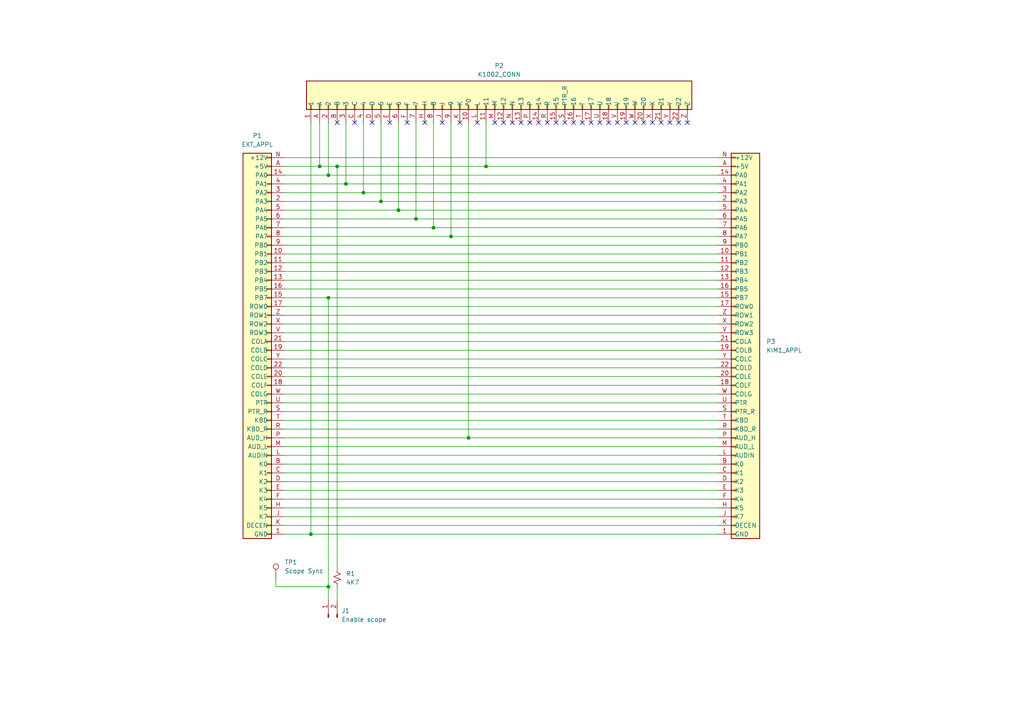
<source format=kicad_sch>
(kicad_sch
	(version 20250114)
	(generator "eeschema")
	(generator_version "9.0")
	(uuid "c1a3abf2-ff68-4c97-9bc4-70363e82fd95")
	(paper "A4")
	(lib_symbols
		(symbol "Connector:Conn_01x02_Pin"
			(pin_names
				(offset 1.016)
				(hide yes)
			)
			(exclude_from_sim no)
			(in_bom yes)
			(on_board yes)
			(property "Reference" "J"
				(at 0 2.54 0)
				(effects
					(font
						(size 1.27 1.27)
					)
				)
			)
			(property "Value" "Conn_01x02_Pin"
				(at 0 -5.08 0)
				(effects
					(font
						(size 1.27 1.27)
					)
				)
			)
			(property "Footprint" ""
				(at 0 0 0)
				(effects
					(font
						(size 1.27 1.27)
					)
					(hide yes)
				)
			)
			(property "Datasheet" "~"
				(at 0 0 0)
				(effects
					(font
						(size 1.27 1.27)
					)
					(hide yes)
				)
			)
			(property "Description" "Generic connector, single row, 01x02, script generated"
				(at 0 0 0)
				(effects
					(font
						(size 1.27 1.27)
					)
					(hide yes)
				)
			)
			(property "ki_locked" ""
				(at 0 0 0)
				(effects
					(font
						(size 1.27 1.27)
					)
				)
			)
			(property "ki_keywords" "connector"
				(at 0 0 0)
				(effects
					(font
						(size 1.27 1.27)
					)
					(hide yes)
				)
			)
			(property "ki_fp_filters" "Connector*:*_1x??_*"
				(at 0 0 0)
				(effects
					(font
						(size 1.27 1.27)
					)
					(hide yes)
				)
			)
			(symbol "Conn_01x02_Pin_1_1"
				(rectangle
					(start 0.8636 0.127)
					(end 0 -0.127)
					(stroke
						(width 0.1524)
						(type default)
					)
					(fill
						(type outline)
					)
				)
				(rectangle
					(start 0.8636 -2.413)
					(end 0 -2.667)
					(stroke
						(width 0.1524)
						(type default)
					)
					(fill
						(type outline)
					)
				)
				(polyline
					(pts
						(xy 1.27 0) (xy 0.8636 0)
					)
					(stroke
						(width 0.1524)
						(type default)
					)
					(fill
						(type none)
					)
				)
				(polyline
					(pts
						(xy 1.27 -2.54) (xy 0.8636 -2.54)
					)
					(stroke
						(width 0.1524)
						(type default)
					)
					(fill
						(type none)
					)
				)
				(pin passive line
					(at 5.08 0 180)
					(length 3.81)
					(name "Pin_1"
						(effects
							(font
								(size 1.27 1.27)
							)
						)
					)
					(number "1"
						(effects
							(font
								(size 1.27 1.27)
							)
						)
					)
				)
				(pin passive line
					(at 5.08 -2.54 180)
					(length 3.81)
					(name "Pin_2"
						(effects
							(font
								(size 1.27 1.27)
							)
						)
					)
					(number "2"
						(effects
							(font
								(size 1.27 1.27)
							)
						)
					)
				)
			)
			(embedded_fonts no)
		)
		(symbol "Connector:TestPoint"
			(pin_numbers
				(hide yes)
			)
			(pin_names
				(offset 0.762)
				(hide yes)
			)
			(exclude_from_sim no)
			(in_bom yes)
			(on_board yes)
			(property "Reference" "TP"
				(at 0 6.858 0)
				(effects
					(font
						(size 1.27 1.27)
					)
				)
			)
			(property "Value" "TestPoint"
				(at 0 5.08 0)
				(effects
					(font
						(size 1.27 1.27)
					)
				)
			)
			(property "Footprint" ""
				(at 5.08 0 0)
				(effects
					(font
						(size 1.27 1.27)
					)
					(hide yes)
				)
			)
			(property "Datasheet" "~"
				(at 5.08 0 0)
				(effects
					(font
						(size 1.27 1.27)
					)
					(hide yes)
				)
			)
			(property "Description" "test point"
				(at 0 0 0)
				(effects
					(font
						(size 1.27 1.27)
					)
					(hide yes)
				)
			)
			(property "ki_keywords" "test point tp"
				(at 0 0 0)
				(effects
					(font
						(size 1.27 1.27)
					)
					(hide yes)
				)
			)
			(property "ki_fp_filters" "Pin* Test*"
				(at 0 0 0)
				(effects
					(font
						(size 1.27 1.27)
					)
					(hide yes)
				)
			)
			(symbol "TestPoint_0_1"
				(circle
					(center 0 3.302)
					(radius 0.762)
					(stroke
						(width 0)
						(type default)
					)
					(fill
						(type none)
					)
				)
			)
			(symbol "TestPoint_1_1"
				(pin passive line
					(at 0 0 90)
					(length 2.54)
					(name "1"
						(effects
							(font
								(size 1.27 1.27)
							)
						)
					)
					(number "1"
						(effects
							(font
								(size 1.27 1.27)
							)
						)
					)
				)
			)
			(embedded_fonts no)
		)
		(symbol "Device:R_Small_US"
			(pin_numbers
				(hide yes)
			)
			(pin_names
				(offset 0.254)
				(hide yes)
			)
			(exclude_from_sim no)
			(in_bom yes)
			(on_board yes)
			(property "Reference" "R"
				(at 0.762 0.508 0)
				(effects
					(font
						(size 1.27 1.27)
					)
					(justify left)
				)
			)
			(property "Value" "R_Small_US"
				(at 0.762 -1.016 0)
				(effects
					(font
						(size 1.27 1.27)
					)
					(justify left)
				)
			)
			(property "Footprint" ""
				(at 0 0 0)
				(effects
					(font
						(size 1.27 1.27)
					)
					(hide yes)
				)
			)
			(property "Datasheet" "~"
				(at 0 0 0)
				(effects
					(font
						(size 1.27 1.27)
					)
					(hide yes)
				)
			)
			(property "Description" "Resistor, small US symbol"
				(at 0 0 0)
				(effects
					(font
						(size 1.27 1.27)
					)
					(hide yes)
				)
			)
			(property "ki_keywords" "r resistor"
				(at 0 0 0)
				(effects
					(font
						(size 1.27 1.27)
					)
					(hide yes)
				)
			)
			(property "ki_fp_filters" "R_*"
				(at 0 0 0)
				(effects
					(font
						(size 1.27 1.27)
					)
					(hide yes)
				)
			)
			(symbol "R_Small_US_1_1"
				(polyline
					(pts
						(xy 0 1.524) (xy 1.016 1.143) (xy 0 0.762) (xy -1.016 0.381) (xy 0 0)
					)
					(stroke
						(width 0)
						(type default)
					)
					(fill
						(type none)
					)
				)
				(polyline
					(pts
						(xy 0 0) (xy 1.016 -0.381) (xy 0 -0.762) (xy -1.016 -1.143) (xy 0 -1.524)
					)
					(stroke
						(width 0)
						(type default)
					)
					(fill
						(type none)
					)
				)
				(pin passive line
					(at 0 2.54 270)
					(length 1.016)
					(name "~"
						(effects
							(font
								(size 1.27 1.27)
							)
						)
					)
					(number "1"
						(effects
							(font
								(size 1.27 1.27)
							)
						)
					)
				)
				(pin passive line
					(at 0 -2.54 90)
					(length 1.016)
					(name "~"
						(effects
							(font
								(size 1.27 1.27)
							)
						)
					)
					(number "2"
						(effects
							(font
								(size 1.27 1.27)
							)
						)
					)
				)
			)
			(embedded_fonts no)
		)
		(symbol "KIM-1:K1002_CONN"
			(pin_names
				(offset 1.016)
			)
			(exclude_from_sim no)
			(in_bom yes)
			(on_board yes)
			(property "Reference" "P12"
				(at -1.27 -59.69 0)
				(effects
					(font
						(size 1.27 1.27)
					)
					(justify left)
				)
			)
			(property "Value" "K1002_CONN"
				(at -1.27 -62.23 0)
				(effects
					(font
						(size 1.27 1.27)
					)
					(justify left)
				)
			)
			(property "Footprint" ""
				(at -3.175 0 0)
				(effects
					(font
						(size 1.27 1.27)
					)
					(hide yes)
				)
			)
			(property "Datasheet" "~"
				(at 0 27.94 0)
				(effects
					(font
						(size 1.27 1.27)
					)
					(hide yes)
				)
			)
			(property "Description" ""
				(at 0 0 0)
				(effects
					(font
						(size 1.27 1.27)
					)
				)
			)
			(property "ki_keywords" "connector"
				(at 0 0 0)
				(effects
					(font
						(size 1.27 1.27)
					)
					(hide yes)
				)
			)
			(property "ki_fp_filters" "Connector*:*_2x??_*"
				(at 0 0 0)
				(effects
					(font
						(size 1.27 1.27)
					)
					(hide yes)
				)
			)
			(symbol "K1002_CONN_1_1"
				(rectangle
					(start -1.27 54.61)
					(end 6.985 -57.15)
					(stroke
						(width 0.254)
						(type default)
					)
					(fill
						(type background)
					)
				)
				(rectangle
					(start -1.27 53.467)
					(end 0 53.213)
					(stroke
						(width 0.1524)
						(type default)
					)
					(fill
						(type none)
					)
				)
				(rectangle
					(start -1.27 50.927)
					(end 0 50.673)
					(stroke
						(width 0.1524)
						(type default)
					)
					(fill
						(type none)
					)
				)
				(rectangle
					(start -1.27 48.387)
					(end 0 48.133)
					(stroke
						(width 0.1524)
						(type default)
					)
					(fill
						(type none)
					)
				)
				(rectangle
					(start -1.27 45.847)
					(end 0 45.593)
					(stroke
						(width 0.1524)
						(type default)
					)
					(fill
						(type none)
					)
				)
				(rectangle
					(start -1.27 43.307)
					(end 0 43.053)
					(stroke
						(width 0.1524)
						(type default)
					)
					(fill
						(type none)
					)
				)
				(rectangle
					(start -1.27 40.767)
					(end 0 40.513)
					(stroke
						(width 0.1524)
						(type default)
					)
					(fill
						(type none)
					)
				)
				(rectangle
					(start -1.27 38.227)
					(end 0 37.973)
					(stroke
						(width 0.1524)
						(type default)
					)
					(fill
						(type none)
					)
				)
				(rectangle
					(start -1.27 35.687)
					(end 0 35.433)
					(stroke
						(width 0.1524)
						(type default)
					)
					(fill
						(type none)
					)
				)
				(rectangle
					(start -1.27 33.147)
					(end 0 32.893)
					(stroke
						(width 0.1524)
						(type default)
					)
					(fill
						(type none)
					)
				)
				(rectangle
					(start -1.27 30.607)
					(end 0 30.353)
					(stroke
						(width 0.1524)
						(type default)
					)
					(fill
						(type none)
					)
				)
				(rectangle
					(start -1.27 28.067)
					(end 0 27.813)
					(stroke
						(width 0.1524)
						(type default)
					)
					(fill
						(type none)
					)
				)
				(rectangle
					(start -1.27 25.527)
					(end 0 25.273)
					(stroke
						(width 0.1524)
						(type default)
					)
					(fill
						(type none)
					)
				)
				(rectangle
					(start -1.27 22.987)
					(end 0 22.733)
					(stroke
						(width 0.1524)
						(type default)
					)
					(fill
						(type none)
					)
				)
				(rectangle
					(start -1.27 20.447)
					(end 0 20.193)
					(stroke
						(width 0.1524)
						(type default)
					)
					(fill
						(type none)
					)
				)
				(rectangle
					(start -1.27 17.907)
					(end 0 17.653)
					(stroke
						(width 0.1524)
						(type default)
					)
					(fill
						(type none)
					)
				)
				(rectangle
					(start -1.27 15.367)
					(end 0 15.113)
					(stroke
						(width 0.1524)
						(type default)
					)
					(fill
						(type none)
					)
				)
				(rectangle
					(start -1.27 12.827)
					(end 0 12.573)
					(stroke
						(width 0.1524)
						(type default)
					)
					(fill
						(type none)
					)
				)
				(rectangle
					(start -1.27 10.287)
					(end 0 10.033)
					(stroke
						(width 0.1524)
						(type default)
					)
					(fill
						(type none)
					)
				)
				(rectangle
					(start -1.27 7.747)
					(end 0 7.493)
					(stroke
						(width 0.1524)
						(type default)
					)
					(fill
						(type none)
					)
				)
				(rectangle
					(start -1.27 5.207)
					(end 0 4.953)
					(stroke
						(width 0.1524)
						(type default)
					)
					(fill
						(type none)
					)
				)
				(rectangle
					(start -1.27 2.667)
					(end 0 2.413)
					(stroke
						(width 0.1524)
						(type default)
					)
					(fill
						(type none)
					)
				)
				(rectangle
					(start -1.27 0.127)
					(end 0 -0.127)
					(stroke
						(width 0.1524)
						(type default)
					)
					(fill
						(type none)
					)
				)
				(rectangle
					(start 0 -2.667)
					(end -1.27 -2.413)
					(stroke
						(width 0.1524)
						(type default)
					)
					(fill
						(type none)
					)
				)
				(rectangle
					(start 0 -5.207)
					(end -1.27 -4.953)
					(stroke
						(width 0.1524)
						(type default)
					)
					(fill
						(type none)
					)
				)
				(rectangle
					(start 0 -7.747)
					(end -1.27 -7.493)
					(stroke
						(width 0.1524)
						(type default)
					)
					(fill
						(type none)
					)
				)
				(rectangle
					(start 0 -10.287)
					(end -1.27 -10.033)
					(stroke
						(width 0.1524)
						(type default)
					)
					(fill
						(type none)
					)
				)
				(rectangle
					(start 0 -12.827)
					(end -1.27 -12.573)
					(stroke
						(width 0.1524)
						(type default)
					)
					(fill
						(type none)
					)
				)
				(rectangle
					(start 0 -15.367)
					(end -1.27 -15.113)
					(stroke
						(width 0.1524)
						(type default)
					)
					(fill
						(type none)
					)
				)
				(rectangle
					(start 0 -17.907)
					(end -1.27 -17.653)
					(stroke
						(width 0.1524)
						(type default)
					)
					(fill
						(type none)
					)
				)
				(rectangle
					(start 0 -20.447)
					(end -1.27 -20.193)
					(stroke
						(width 0.1524)
						(type default)
					)
					(fill
						(type none)
					)
				)
				(rectangle
					(start 0 -22.987)
					(end -1.27 -22.733)
					(stroke
						(width 0.1524)
						(type default)
					)
					(fill
						(type none)
					)
				)
				(rectangle
					(start 0 -25.527)
					(end -1.27 -25.273)
					(stroke
						(width 0.1524)
						(type default)
					)
					(fill
						(type none)
					)
				)
				(rectangle
					(start 0 -28.067)
					(end -1.27 -27.813)
					(stroke
						(width 0.1524)
						(type default)
					)
					(fill
						(type none)
					)
				)
				(rectangle
					(start 0 -30.607)
					(end -1.27 -30.353)
					(stroke
						(width 0.1524)
						(type default)
					)
					(fill
						(type none)
					)
				)
				(rectangle
					(start 0 -33.147)
					(end -1.27 -32.893)
					(stroke
						(width 0.1524)
						(type default)
					)
					(fill
						(type none)
					)
				)
				(rectangle
					(start 0 -35.687)
					(end -1.27 -35.433)
					(stroke
						(width 0.1524)
						(type default)
					)
					(fill
						(type none)
					)
				)
				(rectangle
					(start 0 -38.227)
					(end -1.27 -37.973)
					(stroke
						(width 0.1524)
						(type default)
					)
					(fill
						(type none)
					)
				)
				(rectangle
					(start 0 -40.767)
					(end -1.27 -40.513)
					(stroke
						(width 0.1524)
						(type default)
					)
					(fill
						(type none)
					)
				)
				(rectangle
					(start 0 -43.307)
					(end -1.27 -43.053)
					(stroke
						(width 0.1524)
						(type default)
					)
					(fill
						(type none)
					)
				)
				(rectangle
					(start 0 -45.847)
					(end -1.27 -45.593)
					(stroke
						(width 0.1524)
						(type default)
					)
					(fill
						(type none)
					)
				)
				(rectangle
					(start 0 -48.387)
					(end -1.27 -48.133)
					(stroke
						(width 0.1524)
						(type default)
					)
					(fill
						(type none)
					)
				)
				(rectangle
					(start 0 -50.927)
					(end -1.27 -50.673)
					(stroke
						(width 0.1524)
						(type default)
					)
					(fill
						(type none)
					)
				)
				(rectangle
					(start 0 -53.467)
					(end -1.27 -53.213)
					(stroke
						(width 0.1524)
						(type default)
					)
					(fill
						(type none)
					)
				)
				(rectangle
					(start 0 -56.007)
					(end -1.27 -55.753)
					(stroke
						(width 0.1524)
						(type default)
					)
					(fill
						(type none)
					)
				)
				(pin passive line
					(at -5.08 53.34 0)
					(length 3.81)
					(name "1"
						(effects
							(font
								(size 1.27 1.27)
							)
						)
					)
					(number "1"
						(effects
							(font
								(size 1.27 1.27)
							)
						)
					)
				)
				(pin passive line
					(at -5.08 50.8 0)
					(length 3.81)
					(name "A"
						(effects
							(font
								(size 1.27 1.27)
							)
						)
					)
					(number "A"
						(effects
							(font
								(size 1.27 1.27)
							)
						)
					)
				)
				(pin passive line
					(at -5.08 48.26 0)
					(length 3.81)
					(name "2"
						(effects
							(font
								(size 1.27 1.27)
							)
						)
					)
					(number "2"
						(effects
							(font
								(size 1.27 1.27)
							)
						)
					)
				)
				(pin passive line
					(at -5.08 45.72 0)
					(length 3.81)
					(name "B"
						(effects
							(font
								(size 1.27 1.27)
							)
						)
					)
					(number "B"
						(effects
							(font
								(size 1.27 1.27)
							)
						)
					)
				)
				(pin passive line
					(at -5.08 43.18 0)
					(length 3.81)
					(name "3"
						(effects
							(font
								(size 1.27 1.27)
							)
						)
					)
					(number "3"
						(effects
							(font
								(size 1.27 1.27)
							)
						)
					)
				)
				(pin passive line
					(at -5.08 40.64 0)
					(length 3.81)
					(name "C"
						(effects
							(font
								(size 1.27 1.27)
							)
						)
					)
					(number "C"
						(effects
							(font
								(size 1.27 1.27)
							)
						)
					)
				)
				(pin passive line
					(at -5.08 38.1 0)
					(length 3.81)
					(name "4"
						(effects
							(font
								(size 1.27 1.27)
							)
						)
					)
					(number "4"
						(effects
							(font
								(size 1.27 1.27)
							)
						)
					)
				)
				(pin passive line
					(at -5.08 35.56 0)
					(length 3.81)
					(name "D"
						(effects
							(font
								(size 1.27 1.27)
							)
						)
					)
					(number "D"
						(effects
							(font
								(size 1.27 1.27)
							)
						)
					)
				)
				(pin passive line
					(at -5.08 33.02 0)
					(length 3.81)
					(name "5"
						(effects
							(font
								(size 1.27 1.27)
							)
						)
					)
					(number "5"
						(effects
							(font
								(size 1.27 1.27)
							)
						)
					)
				)
				(pin passive line
					(at -5.08 30.48 0)
					(length 3.81)
					(name "E"
						(effects
							(font
								(size 1.27 1.27)
							)
						)
					)
					(number "E"
						(effects
							(font
								(size 1.27 1.27)
							)
						)
					)
				)
				(pin passive line
					(at -5.08 27.94 0)
					(length 3.81)
					(name "6"
						(effects
							(font
								(size 1.27 1.27)
							)
						)
					)
					(number "6"
						(effects
							(font
								(size 1.27 1.27)
							)
						)
					)
				)
				(pin passive line
					(at -5.08 25.4 0)
					(length 3.81)
					(name "F"
						(effects
							(font
								(size 1.27 1.27)
							)
						)
					)
					(number "F"
						(effects
							(font
								(size 1.27 1.27)
							)
						)
					)
				)
				(pin passive line
					(at -5.08 22.86 0)
					(length 3.81)
					(name "7"
						(effects
							(font
								(size 1.27 1.27)
							)
						)
					)
					(number "7"
						(effects
							(font
								(size 1.27 1.27)
							)
						)
					)
				)
				(pin passive line
					(at -5.08 20.32 0)
					(length 3.81)
					(name "H"
						(effects
							(font
								(size 1.27 1.27)
							)
						)
					)
					(number "H"
						(effects
							(font
								(size 1.27 1.27)
							)
						)
					)
				)
				(pin passive line
					(at -5.08 17.78 0)
					(length 3.81)
					(name "8"
						(effects
							(font
								(size 1.27 1.27)
							)
						)
					)
					(number "8"
						(effects
							(font
								(size 1.27 1.27)
							)
						)
					)
				)
				(pin passive line
					(at -5.08 15.24 0)
					(length 3.81)
					(name "J"
						(effects
							(font
								(size 1.27 1.27)
							)
						)
					)
					(number "J"
						(effects
							(font
								(size 1.27 1.27)
							)
						)
					)
				)
				(pin passive line
					(at -5.08 12.7 0)
					(length 3.81)
					(name "9"
						(effects
							(font
								(size 1.27 1.27)
							)
						)
					)
					(number "9"
						(effects
							(font
								(size 1.27 1.27)
							)
						)
					)
				)
				(pin passive line
					(at -5.08 10.16 0)
					(length 3.81)
					(name "K"
						(effects
							(font
								(size 1.27 1.27)
							)
						)
					)
					(number "K"
						(effects
							(font
								(size 1.27 1.27)
							)
						)
					)
				)
				(pin passive line
					(at -5.08 7.62 0)
					(length 3.81)
					(name "º0"
						(effects
							(font
								(size 1.27 1.27)
							)
						)
					)
					(number "10"
						(effects
							(font
								(size 1.27 1.27)
							)
						)
					)
				)
				(pin passive line
					(at -5.08 5.08 0)
					(length 3.81)
					(name "L"
						(effects
							(font
								(size 1.27 1.27)
							)
						)
					)
					(number "L"
						(effects
							(font
								(size 1.27 1.27)
							)
						)
					)
				)
				(pin passive line
					(at -5.08 2.54 0)
					(length 3.81)
					(name "11"
						(effects
							(font
								(size 1.27 1.27)
							)
						)
					)
					(number "11"
						(effects
							(font
								(size 1.27 1.27)
							)
						)
					)
				)
				(pin passive line
					(at -5.08 0 0)
					(length 3.81)
					(name "M"
						(effects
							(font
								(size 1.27 1.27)
							)
						)
					)
					(number "M"
						(effects
							(font
								(size 1.27 1.27)
							)
						)
					)
				)
				(pin passive line
					(at -5.08 -2.54 0)
					(length 3.81)
					(name "12"
						(effects
							(font
								(size 1.27 1.27)
							)
						)
					)
					(number "12"
						(effects
							(font
								(size 1.27 1.27)
							)
						)
					)
				)
				(pin passive line
					(at -5.08 -5.08 0)
					(length 3.81)
					(name "N"
						(effects
							(font
								(size 1.27 1.27)
							)
						)
					)
					(number "N"
						(effects
							(font
								(size 1.27 1.27)
							)
						)
					)
				)
				(pin passive line
					(at -5.08 -7.62 0)
					(length 3.81)
					(name "13"
						(effects
							(font
								(size 1.27 1.27)
							)
						)
					)
					(number "13"
						(effects
							(font
								(size 1.27 1.27)
							)
						)
					)
				)
				(pin passive line
					(at -5.08 -10.16 0)
					(length 3.81)
					(name "P"
						(effects
							(font
								(size 1.27 1.27)
							)
						)
					)
					(number "P"
						(effects
							(font
								(size 1.27 1.27)
							)
						)
					)
				)
				(pin passive line
					(at -5.08 -12.7 0)
					(length 3.81)
					(name "14"
						(effects
							(font
								(size 1.27 1.27)
							)
						)
					)
					(number "14"
						(effects
							(font
								(size 1.27 1.27)
							)
						)
					)
				)
				(pin passive line
					(at -5.08 -15.24 0)
					(length 3.81)
					(name "R"
						(effects
							(font
								(size 1.27 1.27)
							)
						)
					)
					(number "R"
						(effects
							(font
								(size 1.27 1.27)
							)
						)
					)
				)
				(pin passive line
					(at -5.08 -17.78 0)
					(length 3.81)
					(name "15"
						(effects
							(font
								(size 1.27 1.27)
							)
						)
					)
					(number "15"
						(effects
							(font
								(size 1.27 1.27)
							)
						)
					)
				)
				(pin passive line
					(at -5.08 -20.32 0)
					(length 3.81)
					(name "PTR_R"
						(effects
							(font
								(size 1.27 1.27)
							)
						)
					)
					(number "S"
						(effects
							(font
								(size 1.27 1.27)
							)
						)
					)
				)
				(pin passive line
					(at -5.08 -22.86 0)
					(length 3.81)
					(name "16"
						(effects
							(font
								(size 1.27 1.27)
							)
						)
					)
					(number "16"
						(effects
							(font
								(size 1.27 1.27)
							)
						)
					)
				)
				(pin passive line
					(at -5.08 -25.4 0)
					(length 3.81)
					(name "T"
						(effects
							(font
								(size 1.27 1.27)
							)
						)
					)
					(number "T"
						(effects
							(font
								(size 1.27 1.27)
							)
						)
					)
				)
				(pin passive line
					(at -5.08 -27.94 0)
					(length 3.81)
					(name "17"
						(effects
							(font
								(size 1.27 1.27)
							)
						)
					)
					(number "17"
						(effects
							(font
								(size 1.27 1.27)
							)
						)
					)
				)
				(pin passive line
					(at -5.08 -30.48 0)
					(length 3.81)
					(name "U"
						(effects
							(font
								(size 1.27 1.27)
							)
						)
					)
					(number "U"
						(effects
							(font
								(size 1.27 1.27)
							)
						)
					)
				)
				(pin passive line
					(at -5.08 -33.02 0)
					(length 3.81)
					(name "18"
						(effects
							(font
								(size 1.27 1.27)
							)
						)
					)
					(number "18"
						(effects
							(font
								(size 1.27 1.27)
							)
						)
					)
				)
				(pin passive line
					(at -5.08 -35.56 0)
					(length 3.81)
					(name "V"
						(effects
							(font
								(size 1.27 1.27)
							)
						)
					)
					(number "V"
						(effects
							(font
								(size 1.27 1.27)
							)
						)
					)
				)
				(pin passive line
					(at -5.08 -38.1 0)
					(length 3.81)
					(name "19"
						(effects
							(font
								(size 1.27 1.27)
							)
						)
					)
					(number "19"
						(effects
							(font
								(size 1.27 1.27)
							)
						)
					)
				)
				(pin passive line
					(at -5.08 -40.64 0)
					(length 3.81)
					(name "W"
						(effects
							(font
								(size 1.27 1.27)
							)
						)
					)
					(number "W"
						(effects
							(font
								(size 1.27 1.27)
							)
						)
					)
				)
				(pin passive line
					(at -5.08 -43.18 0)
					(length 3.81)
					(name "20"
						(effects
							(font
								(size 1.27 1.27)
							)
						)
					)
					(number "20"
						(effects
							(font
								(size 1.27 1.27)
							)
						)
					)
				)
				(pin passive line
					(at -5.08 -45.72 0)
					(length 3.81)
					(name "X"
						(effects
							(font
								(size 1.27 1.27)
							)
						)
					)
					(number "X"
						(effects
							(font
								(size 1.27 1.27)
							)
						)
					)
				)
				(pin passive line
					(at -5.08 -48.26 0)
					(length 3.81)
					(name "21"
						(effects
							(font
								(size 1.27 1.27)
							)
						)
					)
					(number "21"
						(effects
							(font
								(size 1.27 1.27)
							)
						)
					)
				)
				(pin passive line
					(at -5.08 -50.8 0)
					(length 3.81)
					(name "Y"
						(effects
							(font
								(size 1.27 1.27)
							)
						)
					)
					(number "Y"
						(effects
							(font
								(size 1.27 1.27)
							)
						)
					)
				)
				(pin passive line
					(at -5.08 -53.34 0)
					(length 3.81)
					(name "22"
						(effects
							(font
								(size 1.27 1.27)
							)
						)
					)
					(number "22"
						(effects
							(font
								(size 1.27 1.27)
							)
						)
					)
				)
				(pin passive line
					(at -5.08 -55.88 0)
					(length 3.81)
					(name "Z"
						(effects
							(font
								(size 1.27 1.27)
							)
						)
					)
					(number "Z"
						(effects
							(font
								(size 1.27 1.27)
							)
						)
					)
				)
			)
			(embedded_fonts no)
		)
		(symbol "KIM-1:KIM_APPL"
			(pin_names
				(offset 1.016)
			)
			(exclude_from_sim no)
			(in_bom yes)
			(on_board yes)
			(property "Reference" "P12"
				(at -1.27 -59.69 0)
				(effects
					(font
						(size 1.27 1.27)
					)
					(justify left)
				)
			)
			(property "Value" "KIM-1"
				(at -1.27 -62.23 0)
				(effects
					(font
						(size 1.27 1.27)
					)
					(justify left)
				)
			)
			(property "Footprint" ""
				(at -3.175 0 0)
				(effects
					(font
						(size 1.27 1.27)
					)
					(hide yes)
				)
			)
			(property "Datasheet" "~"
				(at 0 27.94 0)
				(effects
					(font
						(size 1.27 1.27)
					)
					(hide yes)
				)
			)
			(property "Description" ""
				(at 0 0 0)
				(effects
					(font
						(size 1.27 1.27)
					)
				)
			)
			(property "ki_keywords" "connector"
				(at 0 0 0)
				(effects
					(font
						(size 1.27 1.27)
					)
					(hide yes)
				)
			)
			(property "ki_fp_filters" "Connector*:*_2x??_*"
				(at 0 0 0)
				(effects
					(font
						(size 1.27 1.27)
					)
					(hide yes)
				)
			)
			(symbol "KIM_APPL_1_1"
				(rectangle
					(start -1.27 54.61)
					(end 6.985 -57.15)
					(stroke
						(width 0.254)
						(type default)
					)
					(fill
						(type background)
					)
				)
				(rectangle
					(start -1.27 53.467)
					(end 0 53.213)
					(stroke
						(width 0.1524)
						(type default)
					)
					(fill
						(type none)
					)
				)
				(rectangle
					(start -1.27 50.927)
					(end 0 50.673)
					(stroke
						(width 0.1524)
						(type default)
					)
					(fill
						(type none)
					)
				)
				(rectangle
					(start -1.27 48.387)
					(end 0 48.133)
					(stroke
						(width 0.1524)
						(type default)
					)
					(fill
						(type none)
					)
				)
				(rectangle
					(start -1.27 45.847)
					(end 0 45.593)
					(stroke
						(width 0.1524)
						(type default)
					)
					(fill
						(type none)
					)
				)
				(rectangle
					(start -1.27 43.307)
					(end 0 43.053)
					(stroke
						(width 0.1524)
						(type default)
					)
					(fill
						(type none)
					)
				)
				(rectangle
					(start -1.27 40.767)
					(end 0 40.513)
					(stroke
						(width 0.1524)
						(type default)
					)
					(fill
						(type none)
					)
				)
				(rectangle
					(start -1.27 38.227)
					(end 0 37.973)
					(stroke
						(width 0.1524)
						(type default)
					)
					(fill
						(type none)
					)
				)
				(rectangle
					(start -1.27 35.687)
					(end 0 35.433)
					(stroke
						(width 0.1524)
						(type default)
					)
					(fill
						(type none)
					)
				)
				(rectangle
					(start -1.27 33.147)
					(end 0 32.893)
					(stroke
						(width 0.1524)
						(type default)
					)
					(fill
						(type none)
					)
				)
				(rectangle
					(start -1.27 30.607)
					(end 0 30.353)
					(stroke
						(width 0.1524)
						(type default)
					)
					(fill
						(type none)
					)
				)
				(rectangle
					(start -1.27 28.067)
					(end 0 27.813)
					(stroke
						(width 0.1524)
						(type default)
					)
					(fill
						(type none)
					)
				)
				(rectangle
					(start -1.27 25.527)
					(end 0 25.273)
					(stroke
						(width 0.1524)
						(type default)
					)
					(fill
						(type none)
					)
				)
				(rectangle
					(start -1.27 22.987)
					(end 0 22.733)
					(stroke
						(width 0.1524)
						(type default)
					)
					(fill
						(type none)
					)
				)
				(rectangle
					(start -1.27 20.447)
					(end 0 20.193)
					(stroke
						(width 0.1524)
						(type default)
					)
					(fill
						(type none)
					)
				)
				(rectangle
					(start -1.27 17.907)
					(end 0 17.653)
					(stroke
						(width 0.1524)
						(type default)
					)
					(fill
						(type none)
					)
				)
				(rectangle
					(start -1.27 15.367)
					(end 0 15.113)
					(stroke
						(width 0.1524)
						(type default)
					)
					(fill
						(type none)
					)
				)
				(rectangle
					(start -1.27 12.827)
					(end 0 12.573)
					(stroke
						(width 0.1524)
						(type default)
					)
					(fill
						(type none)
					)
				)
				(rectangle
					(start -1.27 10.287)
					(end 0 10.033)
					(stroke
						(width 0.1524)
						(type default)
					)
					(fill
						(type none)
					)
				)
				(rectangle
					(start -1.27 7.747)
					(end 0 7.493)
					(stroke
						(width 0.1524)
						(type default)
					)
					(fill
						(type none)
					)
				)
				(rectangle
					(start -1.27 5.207)
					(end 0 4.953)
					(stroke
						(width 0.1524)
						(type default)
					)
					(fill
						(type none)
					)
				)
				(rectangle
					(start -1.27 2.667)
					(end 0 2.413)
					(stroke
						(width 0.1524)
						(type default)
					)
					(fill
						(type none)
					)
				)
				(rectangle
					(start -1.27 0.127)
					(end 0 -0.127)
					(stroke
						(width 0.1524)
						(type default)
					)
					(fill
						(type none)
					)
				)
				(rectangle
					(start 0 -2.667)
					(end -1.27 -2.413)
					(stroke
						(width 0.1524)
						(type default)
					)
					(fill
						(type none)
					)
				)
				(rectangle
					(start 0 -5.207)
					(end -1.27 -4.953)
					(stroke
						(width 0.1524)
						(type default)
					)
					(fill
						(type none)
					)
				)
				(rectangle
					(start 0 -7.747)
					(end -1.27 -7.493)
					(stroke
						(width 0.1524)
						(type default)
					)
					(fill
						(type none)
					)
				)
				(rectangle
					(start 0 -10.287)
					(end -1.27 -10.033)
					(stroke
						(width 0.1524)
						(type default)
					)
					(fill
						(type none)
					)
				)
				(rectangle
					(start 0 -12.827)
					(end -1.27 -12.573)
					(stroke
						(width 0.1524)
						(type default)
					)
					(fill
						(type none)
					)
				)
				(rectangle
					(start 0 -15.367)
					(end -1.27 -15.113)
					(stroke
						(width 0.1524)
						(type default)
					)
					(fill
						(type none)
					)
				)
				(rectangle
					(start 0 -17.907)
					(end -1.27 -17.653)
					(stroke
						(width 0.1524)
						(type default)
					)
					(fill
						(type none)
					)
				)
				(rectangle
					(start 0 -20.447)
					(end -1.27 -20.193)
					(stroke
						(width 0.1524)
						(type default)
					)
					(fill
						(type none)
					)
				)
				(rectangle
					(start 0 -22.987)
					(end -1.27 -22.733)
					(stroke
						(width 0.1524)
						(type default)
					)
					(fill
						(type none)
					)
				)
				(rectangle
					(start 0 -25.527)
					(end -1.27 -25.273)
					(stroke
						(width 0.1524)
						(type default)
					)
					(fill
						(type none)
					)
				)
				(rectangle
					(start 0 -28.067)
					(end -1.27 -27.813)
					(stroke
						(width 0.1524)
						(type default)
					)
					(fill
						(type none)
					)
				)
				(rectangle
					(start 0 -30.607)
					(end -1.27 -30.353)
					(stroke
						(width 0.1524)
						(type default)
					)
					(fill
						(type none)
					)
				)
				(rectangle
					(start 0 -33.147)
					(end -1.27 -32.893)
					(stroke
						(width 0.1524)
						(type default)
					)
					(fill
						(type none)
					)
				)
				(rectangle
					(start 0 -35.687)
					(end -1.27 -35.433)
					(stroke
						(width 0.1524)
						(type default)
					)
					(fill
						(type none)
					)
				)
				(rectangle
					(start 0 -38.227)
					(end -1.27 -37.973)
					(stroke
						(width 0.1524)
						(type default)
					)
					(fill
						(type none)
					)
				)
				(rectangle
					(start 0 -40.767)
					(end -1.27 -40.513)
					(stroke
						(width 0.1524)
						(type default)
					)
					(fill
						(type none)
					)
				)
				(rectangle
					(start 0 -43.307)
					(end -1.27 -43.053)
					(stroke
						(width 0.1524)
						(type default)
					)
					(fill
						(type none)
					)
				)
				(rectangle
					(start 0 -45.847)
					(end -1.27 -45.593)
					(stroke
						(width 0.1524)
						(type default)
					)
					(fill
						(type none)
					)
				)
				(rectangle
					(start 0 -48.387)
					(end -1.27 -48.133)
					(stroke
						(width 0.1524)
						(type default)
					)
					(fill
						(type none)
					)
				)
				(rectangle
					(start 0 -50.927)
					(end -1.27 -50.673)
					(stroke
						(width 0.1524)
						(type default)
					)
					(fill
						(type none)
					)
				)
				(rectangle
					(start 0 -53.467)
					(end -1.27 -53.213)
					(stroke
						(width 0.1524)
						(type default)
					)
					(fill
						(type none)
					)
				)
				(rectangle
					(start 0 -56.007)
					(end -1.27 -55.753)
					(stroke
						(width 0.1524)
						(type default)
					)
					(fill
						(type none)
					)
				)
				(pin passive line
					(at -5.08 53.34 0)
					(length 3.81)
					(name "+12V"
						(effects
							(font
								(size 1.27 1.27)
							)
						)
					)
					(number "N"
						(effects
							(font
								(size 1.27 1.27)
							)
						)
					)
				)
				(pin passive line
					(at -5.08 50.8 0)
					(length 3.81)
					(name "+5V"
						(effects
							(font
								(size 1.27 1.27)
							)
						)
					)
					(number "A"
						(effects
							(font
								(size 1.27 1.27)
							)
						)
					)
				)
				(pin passive line
					(at -5.08 48.26 0)
					(length 3.81)
					(name "PA0"
						(effects
							(font
								(size 1.27 1.27)
							)
						)
					)
					(number "14"
						(effects
							(font
								(size 1.27 1.27)
							)
						)
					)
				)
				(pin passive line
					(at -5.08 45.72 0)
					(length 3.81)
					(name "PA1"
						(effects
							(font
								(size 1.27 1.27)
							)
						)
					)
					(number "4"
						(effects
							(font
								(size 1.27 1.27)
							)
						)
					)
				)
				(pin passive line
					(at -5.08 43.18 0)
					(length 3.81)
					(name "PA2"
						(effects
							(font
								(size 1.27 1.27)
							)
						)
					)
					(number "3"
						(effects
							(font
								(size 1.27 1.27)
							)
						)
					)
				)
				(pin passive line
					(at -5.08 40.64 0)
					(length 3.81)
					(name "PA3"
						(effects
							(font
								(size 1.27 1.27)
							)
						)
					)
					(number "2"
						(effects
							(font
								(size 1.27 1.27)
							)
						)
					)
				)
				(pin passive line
					(at -5.08 38.1 0)
					(length 3.81)
					(name "PA4"
						(effects
							(font
								(size 1.27 1.27)
							)
						)
					)
					(number "5"
						(effects
							(font
								(size 1.27 1.27)
							)
						)
					)
				)
				(pin passive line
					(at -5.08 35.56 0)
					(length 3.81)
					(name "PA5"
						(effects
							(font
								(size 1.27 1.27)
							)
						)
					)
					(number "6"
						(effects
							(font
								(size 1.27 1.27)
							)
						)
					)
				)
				(pin passive line
					(at -5.08 33.02 0)
					(length 3.81)
					(name "PA6"
						(effects
							(font
								(size 1.27 1.27)
							)
						)
					)
					(number "7"
						(effects
							(font
								(size 1.27 1.27)
							)
						)
					)
				)
				(pin passive line
					(at -5.08 30.48 0)
					(length 3.81)
					(name "PA7"
						(effects
							(font
								(size 1.27 1.27)
							)
						)
					)
					(number "8"
						(effects
							(font
								(size 1.27 1.27)
							)
						)
					)
				)
				(pin passive line
					(at -5.08 27.94 0)
					(length 3.81)
					(name "PB0"
						(effects
							(font
								(size 1.27 1.27)
							)
						)
					)
					(number "9"
						(effects
							(font
								(size 1.27 1.27)
							)
						)
					)
				)
				(pin passive line
					(at -5.08 25.4 0)
					(length 3.81)
					(name "PB1"
						(effects
							(font
								(size 1.27 1.27)
							)
						)
					)
					(number "10"
						(effects
							(font
								(size 1.27 1.27)
							)
						)
					)
				)
				(pin passive line
					(at -5.08 22.86 0)
					(length 3.81)
					(name "PB2"
						(effects
							(font
								(size 1.27 1.27)
							)
						)
					)
					(number "11"
						(effects
							(font
								(size 1.27 1.27)
							)
						)
					)
				)
				(pin passive line
					(at -5.08 20.32 0)
					(length 3.81)
					(name "PB3"
						(effects
							(font
								(size 1.27 1.27)
							)
						)
					)
					(number "12"
						(effects
							(font
								(size 1.27 1.27)
							)
						)
					)
				)
				(pin passive line
					(at -5.08 17.78 0)
					(length 3.81)
					(name "PB4"
						(effects
							(font
								(size 1.27 1.27)
							)
						)
					)
					(number "13"
						(effects
							(font
								(size 1.27 1.27)
							)
						)
					)
				)
				(pin passive line
					(at -5.08 15.24 0)
					(length 3.81)
					(name "PB5"
						(effects
							(font
								(size 1.27 1.27)
							)
						)
					)
					(number "16"
						(effects
							(font
								(size 1.27 1.27)
							)
						)
					)
				)
				(pin passive line
					(at -5.08 12.7 0)
					(length 3.81)
					(name "PB7"
						(effects
							(font
								(size 1.27 1.27)
							)
						)
					)
					(number "15"
						(effects
							(font
								(size 1.27 1.27)
							)
						)
					)
				)
				(pin passive line
					(at -5.08 10.16 0)
					(length 3.81)
					(name "ROW0"
						(effects
							(font
								(size 1.27 1.27)
							)
						)
					)
					(number "17"
						(effects
							(font
								(size 1.27 1.27)
							)
						)
					)
				)
				(pin passive line
					(at -5.08 7.62 0)
					(length 3.81)
					(name "ROW1"
						(effects
							(font
								(size 1.27 1.27)
							)
						)
					)
					(number "Z"
						(effects
							(font
								(size 1.27 1.27)
							)
						)
					)
				)
				(pin passive line
					(at -5.08 5.08 0)
					(length 3.81)
					(name "ROW2"
						(effects
							(font
								(size 1.27 1.27)
							)
						)
					)
					(number "X"
						(effects
							(font
								(size 1.27 1.27)
							)
						)
					)
				)
				(pin passive line
					(at -5.08 2.54 0)
					(length 3.81)
					(name "ROW3"
						(effects
							(font
								(size 1.27 1.27)
							)
						)
					)
					(number "V"
						(effects
							(font
								(size 1.27 1.27)
							)
						)
					)
				)
				(pin passive line
					(at -5.08 0 0)
					(length 3.81)
					(name "COLA"
						(effects
							(font
								(size 1.27 1.27)
							)
						)
					)
					(number "21"
						(effects
							(font
								(size 1.27 1.27)
							)
						)
					)
				)
				(pin passive line
					(at -5.08 -2.54 0)
					(length 3.81)
					(name "COLB"
						(effects
							(font
								(size 1.27 1.27)
							)
						)
					)
					(number "19"
						(effects
							(font
								(size 1.27 1.27)
							)
						)
					)
				)
				(pin passive line
					(at -5.08 -5.08 0)
					(length 3.81)
					(name "COLC"
						(effects
							(font
								(size 1.27 1.27)
							)
						)
					)
					(number "Y"
						(effects
							(font
								(size 1.27 1.27)
							)
						)
					)
				)
				(pin passive line
					(at -5.08 -7.62 0)
					(length 3.81)
					(name "COLD"
						(effects
							(font
								(size 1.27 1.27)
							)
						)
					)
					(number "22"
						(effects
							(font
								(size 1.27 1.27)
							)
						)
					)
				)
				(pin passive line
					(at -5.08 -10.16 0)
					(length 3.81)
					(name "COLE"
						(effects
							(font
								(size 1.27 1.27)
							)
						)
					)
					(number "20"
						(effects
							(font
								(size 1.27 1.27)
							)
						)
					)
				)
				(pin passive line
					(at -5.08 -12.7 0)
					(length 3.81)
					(name "COLF"
						(effects
							(font
								(size 1.27 1.27)
							)
						)
					)
					(number "18"
						(effects
							(font
								(size 1.27 1.27)
							)
						)
					)
				)
				(pin passive line
					(at -5.08 -15.24 0)
					(length 3.81)
					(name "COLG"
						(effects
							(font
								(size 1.27 1.27)
							)
						)
					)
					(number "W"
						(effects
							(font
								(size 1.27 1.27)
							)
						)
					)
				)
				(pin passive line
					(at -5.08 -17.78 0)
					(length 3.81)
					(name "PTR"
						(effects
							(font
								(size 1.27 1.27)
							)
						)
					)
					(number "U"
						(effects
							(font
								(size 1.27 1.27)
							)
						)
					)
				)
				(pin passive line
					(at -5.08 -20.32 0)
					(length 3.81)
					(name "PTR_R"
						(effects
							(font
								(size 1.27 1.27)
							)
						)
					)
					(number "S"
						(effects
							(font
								(size 1.27 1.27)
							)
						)
					)
				)
				(pin passive line
					(at -5.08 -22.86 0)
					(length 3.81)
					(name "KBD"
						(effects
							(font
								(size 1.27 1.27)
							)
						)
					)
					(number "T"
						(effects
							(font
								(size 1.27 1.27)
							)
						)
					)
				)
				(pin passive line
					(at -5.08 -25.4 0)
					(length 3.81)
					(name "KBD_R"
						(effects
							(font
								(size 1.27 1.27)
							)
						)
					)
					(number "R"
						(effects
							(font
								(size 1.27 1.27)
							)
						)
					)
				)
				(pin passive line
					(at -5.08 -27.94 0)
					(length 3.81)
					(name "AUD_H"
						(effects
							(font
								(size 1.27 1.27)
							)
						)
					)
					(number "P"
						(effects
							(font
								(size 1.27 1.27)
							)
						)
					)
				)
				(pin passive line
					(at -5.08 -30.48 0)
					(length 3.81)
					(name "AUD_L"
						(effects
							(font
								(size 1.27 1.27)
							)
						)
					)
					(number "M"
						(effects
							(font
								(size 1.27 1.27)
							)
						)
					)
				)
				(pin passive line
					(at -5.08 -33.02 0)
					(length 3.81)
					(name "AUDIN"
						(effects
							(font
								(size 1.27 1.27)
							)
						)
					)
					(number "L"
						(effects
							(font
								(size 1.27 1.27)
							)
						)
					)
				)
				(pin passive line
					(at -5.08 -35.56 0)
					(length 3.81)
					(name "K0"
						(effects
							(font
								(size 1.27 1.27)
							)
						)
					)
					(number "B"
						(effects
							(font
								(size 1.27 1.27)
							)
						)
					)
				)
				(pin passive line
					(at -5.08 -38.1 0)
					(length 3.81)
					(name "K1"
						(effects
							(font
								(size 1.27 1.27)
							)
						)
					)
					(number "C"
						(effects
							(font
								(size 1.27 1.27)
							)
						)
					)
				)
				(pin passive line
					(at -5.08 -40.64 0)
					(length 3.81)
					(name "K2"
						(effects
							(font
								(size 1.27 1.27)
							)
						)
					)
					(number "D"
						(effects
							(font
								(size 1.27 1.27)
							)
						)
					)
				)
				(pin passive line
					(at -5.08 -43.18 0)
					(length 3.81)
					(name "K3"
						(effects
							(font
								(size 1.27 1.27)
							)
						)
					)
					(number "E"
						(effects
							(font
								(size 1.27 1.27)
							)
						)
					)
				)
				(pin passive line
					(at -5.08 -45.72 0)
					(length 3.81)
					(name "K4"
						(effects
							(font
								(size 1.27 1.27)
							)
						)
					)
					(number "F"
						(effects
							(font
								(size 1.27 1.27)
							)
						)
					)
				)
				(pin passive line
					(at -5.08 -48.26 0)
					(length 3.81)
					(name "K5"
						(effects
							(font
								(size 1.27 1.27)
							)
						)
					)
					(number "H"
						(effects
							(font
								(size 1.27 1.27)
							)
						)
					)
				)
				(pin passive line
					(at -5.08 -50.8 0)
					(length 3.81)
					(name "K7"
						(effects
							(font
								(size 1.27 1.27)
							)
						)
					)
					(number "J"
						(effects
							(font
								(size 1.27 1.27)
							)
						)
					)
				)
				(pin passive line
					(at -5.08 -53.34 0)
					(length 3.81)
					(name "DECEN"
						(effects
							(font
								(size 1.27 1.27)
							)
						)
					)
					(number "K"
						(effects
							(font
								(size 1.27 1.27)
							)
						)
					)
				)
				(pin passive line
					(at -5.08 -55.88 0)
					(length 3.81)
					(name "GND"
						(effects
							(font
								(size 1.27 1.27)
							)
						)
					)
					(number "1"
						(effects
							(font
								(size 1.27 1.27)
							)
						)
					)
				)
			)
			(embedded_fonts no)
		)
	)
	(junction
		(at 95.25 50.8)
		(diameter 0)
		(color 0 0 0 0)
		(uuid "0ced318b-266c-4d00-b4e6-6d5b1f064872")
	)
	(junction
		(at 95.25 86.36)
		(diameter 0)
		(color 0 0 0 0)
		(uuid "0f2b0b5b-2adf-402a-890b-cb22adf502fb")
	)
	(junction
		(at 135.89 127)
		(diameter 0)
		(color 0 0 0 0)
		(uuid "229bb102-bb4c-4a6e-bc26-24bbc52d6897")
	)
	(junction
		(at 110.49 58.42)
		(diameter 0)
		(color 0 0 0 0)
		(uuid "24d0110d-d9c5-488b-ac1e-3d684cbe31c7")
	)
	(junction
		(at 105.41 55.88)
		(diameter 0)
		(color 0 0 0 0)
		(uuid "3425d408-401e-4be8-b47a-a01da955e36a")
	)
	(junction
		(at 115.57 60.96)
		(diameter 0)
		(color 0 0 0 0)
		(uuid "68fc4b12-8be5-4e68-92ee-0195c733aed4")
	)
	(junction
		(at 140.97 48.26)
		(diameter 0)
		(color 0 0 0 0)
		(uuid "6a01943f-4dd6-4f73-a45a-62c700a83439")
	)
	(junction
		(at 97.79 48.26)
		(diameter 0)
		(color 0 0 0 0)
		(uuid "74c54d39-2a91-430c-b70e-51cc4d0f3f6d")
	)
	(junction
		(at 130.81 68.58)
		(diameter 0)
		(color 0 0 0 0)
		(uuid "969ea137-6f6b-4daa-be88-1ad50048c401")
	)
	(junction
		(at 92.71 48.26)
		(diameter 0)
		(color 0 0 0 0)
		(uuid "9a20bffb-c7e8-4eaa-927f-86a0c432257f")
	)
	(junction
		(at 90.17 154.94)
		(diameter 0)
		(color 0 0 0 0)
		(uuid "9aafe144-7722-44c7-9b72-54e2bef67271")
	)
	(junction
		(at 95.25 170.18)
		(diameter 0)
		(color 0 0 0 0)
		(uuid "be07fd90-0d20-4ee4-aba8-e374e49a5e7a")
	)
	(junction
		(at 100.33 53.34)
		(diameter 0)
		(color 0 0 0 0)
		(uuid "da0b67b7-3fa8-4e7a-b1c8-69f9cdec6c30")
	)
	(junction
		(at 125.73 66.04)
		(diameter 0)
		(color 0 0 0 0)
		(uuid "ec520e29-f521-4db4-ba5c-56b44824377a")
	)
	(junction
		(at 120.65 63.5)
		(diameter 0)
		(color 0 0 0 0)
		(uuid "f50b43e1-2d84-4006-93a0-9ee974c0f200")
	)
	(no_connect
		(at 143.51 35.56)
		(uuid "1f155965-129c-4a4e-ad35-3321e06923ef")
	)
	(no_connect
		(at 138.43 35.56)
		(uuid "1f30b5f7-90a8-4c40-b656-ee6b3871a6cd")
	)
	(no_connect
		(at 176.53 35.56)
		(uuid "1ff01141-047e-466d-a980-898139f1b388")
	)
	(no_connect
		(at 128.27 35.56)
		(uuid "297557a9-8b8d-426b-ba91-4b5e9524059c")
	)
	(no_connect
		(at 171.45 35.56)
		(uuid "33789aef-156a-4a0d-a370-a85ec76b45d3")
	)
	(no_connect
		(at 173.99 35.56)
		(uuid "3a81a842-db1a-4f49-8624-642fdb92fcf5")
	)
	(no_connect
		(at 181.61 35.56)
		(uuid "403a80b8-0d21-4646-9b2c-afd4885b7a06")
	)
	(no_connect
		(at 97.79 35.56)
		(uuid "4fa44171-ecfd-45d9-aed4-d7490640cb7a")
	)
	(no_connect
		(at 146.05 35.56)
		(uuid "66ebcd15-7c96-42fa-8691-c28d09186bd3")
	)
	(no_connect
		(at 189.23 35.56)
		(uuid "672e91d5-8fd9-410c-92c0-c2510fd93174")
	)
	(no_connect
		(at 102.87 35.56)
		(uuid "6f357726-7613-4595-b91c-d21378f01483")
	)
	(no_connect
		(at 133.35 35.56)
		(uuid "80ecdf84-c2ce-4785-95bb-584e1d9ad151")
	)
	(no_connect
		(at 153.67 35.56)
		(uuid "8b06b38e-9903-4e01-8c3f-3da81e6585ba")
	)
	(no_connect
		(at 163.83 35.56)
		(uuid "8d86adae-cabb-49cb-b77d-3183817be91c")
	)
	(no_connect
		(at 199.39 35.56)
		(uuid "915a5864-5265-4a53-80a2-c86944c0b241")
	)
	(no_connect
		(at 168.91 35.56)
		(uuid "9d10475b-990d-4501-9fc3-94ed47d596e5")
	)
	(no_connect
		(at 158.75 35.56)
		(uuid "9fdd28fb-7c3d-49a7-a34e-21177663eb68")
	)
	(no_connect
		(at 184.15 35.56)
		(uuid "adc44139-c1e9-4a67-b717-d01c6f844a85")
	)
	(no_connect
		(at 118.11 35.56)
		(uuid "af289abe-f987-4b6d-ae70-a2f2615ed306")
	)
	(no_connect
		(at 148.59 35.56)
		(uuid "b57ba9f4-1200-4194-b0ff-aeca46efe9d2")
	)
	(no_connect
		(at 186.69 35.56)
		(uuid "b9779111-6f19-4e31-88a2-36773814229e")
	)
	(no_connect
		(at 156.21 35.56)
		(uuid "bc9e881a-9078-4153-b686-2bda7f5df8e8")
	)
	(no_connect
		(at 179.07 35.56)
		(uuid "bec694b8-4b4e-49c8-b4c7-4f6c5922a5ba")
	)
	(no_connect
		(at 123.19 35.56)
		(uuid "c455e107-7c49-4f66-9f27-fd57d580d189")
	)
	(no_connect
		(at 196.85 35.56)
		(uuid "d9fc2450-a50f-4c41-a34b-6c70aabc30b3")
	)
	(no_connect
		(at 194.31 35.56)
		(uuid "df7df62a-cb0c-44ee-b28b-ac13c64333c4")
	)
	(no_connect
		(at 166.37 35.56)
		(uuid "df94e94e-12a3-408d-9326-dc3c74cac09c")
	)
	(no_connect
		(at 161.29 35.56)
		(uuid "ec7e782b-8a08-4748-ae52-5c97ff70386d")
	)
	(no_connect
		(at 191.77 35.56)
		(uuid "f1a34938-2d00-4818-8e4e-74585fa63728")
	)
	(no_connect
		(at 151.13 35.56)
		(uuid "f7ef8f90-0ed1-4615-8521-38e4fd11c30c")
	)
	(no_connect
		(at 107.95 35.56)
		(uuid "fa292b6f-982d-47b0-8ca1-273d0b5ceea7")
	)
	(no_connect
		(at 113.03 35.56)
		(uuid "fbec0eca-43fe-480b-82bb-a896f28417a0")
	)
	(wire
		(pts
			(xy 82.55 60.96) (xy 115.57 60.96)
		)
		(stroke
			(width 0)
			(type default)
		)
		(uuid "02ad05a4-bc11-438c-8858-9d3e3f36ea2e")
	)
	(wire
		(pts
			(xy 115.57 60.96) (xy 208.28 60.96)
		)
		(stroke
			(width 0)
			(type default)
		)
		(uuid "077aa4ee-53dd-439f-9f64-e787c0dc6a0e")
	)
	(wire
		(pts
			(xy 82.55 127) (xy 135.89 127)
		)
		(stroke
			(width 0)
			(type default)
		)
		(uuid "0a57fab5-bb57-4074-8285-853338cc50c1")
	)
	(wire
		(pts
			(xy 105.41 35.56) (xy 105.41 55.88)
		)
		(stroke
			(width 0)
			(type default)
		)
		(uuid "0caba82c-2786-4e51-8d7a-21420af91f9c")
	)
	(wire
		(pts
			(xy 97.79 48.26) (xy 140.97 48.26)
		)
		(stroke
			(width 0)
			(type default)
		)
		(uuid "0fc32b8d-8e18-46c1-ac46-a0c9677e3c38")
	)
	(wire
		(pts
			(xy 82.55 116.84) (xy 208.28 116.84)
		)
		(stroke
			(width 0)
			(type default)
		)
		(uuid "1172abdd-165d-4471-97d8-ee2105da7fec")
	)
	(wire
		(pts
			(xy 82.55 48.26) (xy 92.71 48.26)
		)
		(stroke
			(width 0)
			(type default)
		)
		(uuid "14422896-44f2-4846-b02a-ca31c0fd23d3")
	)
	(wire
		(pts
			(xy 100.33 53.34) (xy 208.28 53.34)
		)
		(stroke
			(width 0)
			(type default)
		)
		(uuid "15f00ecc-0fbb-4ff9-bfac-582d5255a25e")
	)
	(wire
		(pts
			(xy 82.55 144.78) (xy 208.28 144.78)
		)
		(stroke
			(width 0)
			(type default)
		)
		(uuid "1945d05c-f5b9-4aa8-af5a-3a6f1c757661")
	)
	(wire
		(pts
			(xy 82.55 53.34) (xy 100.33 53.34)
		)
		(stroke
			(width 0)
			(type default)
		)
		(uuid "1ba58b7f-9410-4ed4-aa88-47e05d99af28")
	)
	(wire
		(pts
			(xy 82.55 71.12) (xy 208.28 71.12)
		)
		(stroke
			(width 0)
			(type default)
		)
		(uuid "1dc169d8-f9bb-4d85-99c6-50bf69ad4a7f")
	)
	(wire
		(pts
			(xy 82.55 119.38) (xy 208.28 119.38)
		)
		(stroke
			(width 0)
			(type default)
		)
		(uuid "1ebcf62c-9654-4d63-91d4-b781639fc7f8")
	)
	(wire
		(pts
			(xy 82.55 96.52) (xy 208.28 96.52)
		)
		(stroke
			(width 0)
			(type default)
		)
		(uuid "20fbf7ae-dfa0-4d05-b91a-23e6c06208d9")
	)
	(wire
		(pts
			(xy 82.55 78.74) (xy 208.28 78.74)
		)
		(stroke
			(width 0)
			(type default)
		)
		(uuid "215e5063-39f8-49b7-81cf-1063c2214e54")
	)
	(wire
		(pts
			(xy 90.17 154.94) (xy 208.28 154.94)
		)
		(stroke
			(width 0)
			(type default)
		)
		(uuid "2354d56f-6c4b-4083-864d-48de4e9e2045")
	)
	(wire
		(pts
			(xy 92.71 35.56) (xy 92.71 48.26)
		)
		(stroke
			(width 0)
			(type default)
		)
		(uuid "2f3c12b4-6d62-4b1e-8d2e-bfea57521287")
	)
	(wire
		(pts
			(xy 82.55 99.06) (xy 208.28 99.06)
		)
		(stroke
			(width 0)
			(type default)
		)
		(uuid "2fc7a1ed-4721-4d3b-9443-d32f91b1e8f8")
	)
	(wire
		(pts
			(xy 82.55 83.82) (xy 208.28 83.82)
		)
		(stroke
			(width 0)
			(type default)
		)
		(uuid "313b7bb9-043a-40b4-bfed-7f5f828a3af9")
	)
	(wire
		(pts
			(xy 82.55 114.3) (xy 208.28 114.3)
		)
		(stroke
			(width 0)
			(type default)
		)
		(uuid "3491aec9-2074-4070-8e8d-1f597d6ab74d")
	)
	(wire
		(pts
			(xy 82.55 124.46) (xy 208.28 124.46)
		)
		(stroke
			(width 0)
			(type default)
		)
		(uuid "358d2a3e-cefc-4bc5-9a8c-1bf82b87a5d2")
	)
	(wire
		(pts
			(xy 82.55 88.9) (xy 208.28 88.9)
		)
		(stroke
			(width 0)
			(type default)
		)
		(uuid "3d7104ff-a96d-45ae-a8ba-1309fba4efe3")
	)
	(wire
		(pts
			(xy 82.55 93.98) (xy 208.28 93.98)
		)
		(stroke
			(width 0)
			(type default)
		)
		(uuid "3ec34cfe-57cd-4fba-a59f-304ad9cf2eeb")
	)
	(wire
		(pts
			(xy 135.89 127) (xy 208.28 127)
		)
		(stroke
			(width 0)
			(type default)
		)
		(uuid "40297cc8-0906-4b52-8fbd-670139dfc037")
	)
	(wire
		(pts
			(xy 82.55 134.62) (xy 208.28 134.62)
		)
		(stroke
			(width 0)
			(type default)
		)
		(uuid "410467cc-2bcb-49c5-b014-10359c29c0e9")
	)
	(wire
		(pts
			(xy 120.65 35.56) (xy 120.65 63.5)
		)
		(stroke
			(width 0)
			(type default)
		)
		(uuid "4158e2fb-30c6-48bd-af84-e630ce6a5f14")
	)
	(wire
		(pts
			(xy 82.55 68.58) (xy 130.81 68.58)
		)
		(stroke
			(width 0)
			(type default)
		)
		(uuid "420434c5-97bb-4dd8-9781-b57b1e8f0a49")
	)
	(wire
		(pts
			(xy 110.49 58.42) (xy 208.28 58.42)
		)
		(stroke
			(width 0)
			(type default)
		)
		(uuid "4705f59b-9102-41f8-a2d1-179ff02cd696")
	)
	(wire
		(pts
			(xy 80.01 170.18) (xy 95.25 170.18)
		)
		(stroke
			(width 0)
			(type default)
		)
		(uuid "495e6968-9e12-4f58-81e7-d710aa8e1192")
	)
	(wire
		(pts
			(xy 82.55 132.08) (xy 208.28 132.08)
		)
		(stroke
			(width 0)
			(type default)
		)
		(uuid "4e434150-443c-491a-8ab8-04faa1e81807")
	)
	(wire
		(pts
			(xy 82.55 142.24) (xy 208.28 142.24)
		)
		(stroke
			(width 0)
			(type default)
		)
		(uuid "58b6b241-3dfc-4288-b78f-e855d0b6a0aa")
	)
	(wire
		(pts
			(xy 125.73 66.04) (xy 208.28 66.04)
		)
		(stroke
			(width 0)
			(type default)
		)
		(uuid "5a5db47c-d6b3-45d4-81a4-ab92c3cba491")
	)
	(wire
		(pts
			(xy 120.65 63.5) (xy 208.28 63.5)
		)
		(stroke
			(width 0)
			(type default)
		)
		(uuid "5fc7154d-2436-432d-835c-15907a86d029")
	)
	(wire
		(pts
			(xy 82.55 45.72) (xy 208.28 45.72)
		)
		(stroke
			(width 0)
			(type default)
		)
		(uuid "6ba0a20b-a01c-4048-8e17-153064be0479")
	)
	(wire
		(pts
			(xy 82.55 101.6) (xy 208.28 101.6)
		)
		(stroke
			(width 0)
			(type default)
		)
		(uuid "72b78b10-04c2-47cc-8b75-87075755da12")
	)
	(wire
		(pts
			(xy 82.55 63.5) (xy 120.65 63.5)
		)
		(stroke
			(width 0)
			(type default)
		)
		(uuid "76d5c29f-190e-4daf-92d6-274be086de36")
	)
	(wire
		(pts
			(xy 140.97 48.26) (xy 208.28 48.26)
		)
		(stroke
			(width 0)
			(type default)
		)
		(uuid "779444c0-9866-44c0-93e3-40477928e8d1")
	)
	(wire
		(pts
			(xy 95.25 170.18) (xy 95.25 173.99)
		)
		(stroke
			(width 0)
			(type default)
		)
		(uuid "7e923a63-d47c-48d9-afa0-5b38d69eff8c")
	)
	(wire
		(pts
			(xy 130.81 35.56) (xy 130.81 68.58)
		)
		(stroke
			(width 0)
			(type default)
		)
		(uuid "8484ba5f-c8a9-4605-967c-88d3a8e1a271")
	)
	(wire
		(pts
			(xy 95.25 86.36) (xy 208.28 86.36)
		)
		(stroke
			(width 0)
			(type default)
		)
		(uuid "85275ae0-666a-4681-8f85-9e6fbc855ad1")
	)
	(wire
		(pts
			(xy 82.55 129.54) (xy 208.28 129.54)
		)
		(stroke
			(width 0)
			(type default)
		)
		(uuid "89706a91-108b-4308-b663-978bf78d8579")
	)
	(wire
		(pts
			(xy 82.55 109.22) (xy 208.28 109.22)
		)
		(stroke
			(width 0)
			(type default)
		)
		(uuid "8a919305-ba22-4442-bc14-efdc9fff98e9")
	)
	(wire
		(pts
			(xy 82.55 121.92) (xy 208.28 121.92)
		)
		(stroke
			(width 0)
			(type default)
		)
		(uuid "8e1c9c77-1aaf-4eae-986e-fe47b71ed0af")
	)
	(wire
		(pts
			(xy 82.55 154.94) (xy 90.17 154.94)
		)
		(stroke
			(width 0)
			(type default)
		)
		(uuid "8eef6eef-4161-4ea4-a60b-5b4f870c870a")
	)
	(wire
		(pts
			(xy 82.55 73.66) (xy 208.28 73.66)
		)
		(stroke
			(width 0)
			(type default)
		)
		(uuid "902ec59b-c8a9-4324-ac7d-92d40fd61a22")
	)
	(wire
		(pts
			(xy 82.55 55.88) (xy 105.41 55.88)
		)
		(stroke
			(width 0)
			(type default)
		)
		(uuid "91116c12-ca96-4ffd-add7-178ad332647e")
	)
	(wire
		(pts
			(xy 115.57 35.56) (xy 115.57 60.96)
		)
		(stroke
			(width 0)
			(type default)
		)
		(uuid "9556ae0c-e62d-42fd-9dca-a5bf322eaae1")
	)
	(wire
		(pts
			(xy 82.55 152.4) (xy 208.28 152.4)
		)
		(stroke
			(width 0)
			(type default)
		)
		(uuid "9a72b72c-a1e5-4a00-8be1-6dd68756a4e3")
	)
	(wire
		(pts
			(xy 82.55 137.16) (xy 208.28 137.16)
		)
		(stroke
			(width 0)
			(type default)
		)
		(uuid "9de4864d-530b-4fde-8373-c47148fc59ad")
	)
	(wire
		(pts
			(xy 97.79 48.26) (xy 97.79 165.1)
		)
		(stroke
			(width 0)
			(type default)
		)
		(uuid "9e9da275-fdbd-4fe5-9233-b364e618d54b")
	)
	(wire
		(pts
			(xy 135.89 35.56) (xy 135.89 127)
		)
		(stroke
			(width 0)
			(type default)
		)
		(uuid "a2e20f38-b22d-4be9-8c47-630973931707")
	)
	(wire
		(pts
			(xy 100.33 35.56) (xy 100.33 53.34)
		)
		(stroke
			(width 0)
			(type default)
		)
		(uuid "a50838a0-e2d7-42c0-853b-4314ace7b19f")
	)
	(wire
		(pts
			(xy 90.17 35.56) (xy 90.17 154.94)
		)
		(stroke
			(width 0)
			(type default)
		)
		(uuid "a606d492-9d59-44cd-81a1-0849340d304c")
	)
	(wire
		(pts
			(xy 97.79 170.18) (xy 97.79 173.99)
		)
		(stroke
			(width 0)
			(type default)
		)
		(uuid "ad1001cc-e19e-44aa-aff2-b274e058ed22")
	)
	(wire
		(pts
			(xy 110.49 35.56) (xy 110.49 58.42)
		)
		(stroke
			(width 0)
			(type default)
		)
		(uuid "af7e2934-ac14-41d7-9a62-cf572db3e8c6")
	)
	(wire
		(pts
			(xy 95.25 35.56) (xy 95.25 50.8)
		)
		(stroke
			(width 0)
			(type default)
		)
		(uuid "b3a84c9e-5ba5-4404-b424-b050c1fc1314")
	)
	(wire
		(pts
			(xy 82.55 147.32) (xy 208.28 147.32)
		)
		(stroke
			(width 0)
			(type default)
		)
		(uuid "b5026c0d-d7f5-484c-af9b-1fa10d46a146")
	)
	(wire
		(pts
			(xy 82.55 91.44) (xy 208.28 91.44)
		)
		(stroke
			(width 0)
			(type default)
		)
		(uuid "b58348d8-1381-4355-a740-6c7b540443c7")
	)
	(wire
		(pts
			(xy 82.55 81.28) (xy 208.28 81.28)
		)
		(stroke
			(width 0)
			(type default)
		)
		(uuid "b5c20c4f-50d3-46d8-a449-e8ac90b71a55")
	)
	(wire
		(pts
			(xy 80.01 167.64) (xy 80.01 170.18)
		)
		(stroke
			(width 0)
			(type default)
		)
		(uuid "b7cbe3f7-c86a-46ed-bbba-cfe0396d4eda")
	)
	(wire
		(pts
			(xy 95.25 50.8) (xy 208.28 50.8)
		)
		(stroke
			(width 0)
			(type default)
		)
		(uuid "b860cd9e-dd10-4508-87d8-ca7f99a55c1c")
	)
	(wire
		(pts
			(xy 82.55 149.86) (xy 208.28 149.86)
		)
		(stroke
			(width 0)
			(type default)
		)
		(uuid "bf3ab9f1-d776-4469-8094-d3922d339e30")
	)
	(wire
		(pts
			(xy 82.55 106.68) (xy 208.28 106.68)
		)
		(stroke
			(width 0)
			(type default)
		)
		(uuid "c52486d7-06f7-419c-b798-b15dad0004bf")
	)
	(wire
		(pts
			(xy 82.55 58.42) (xy 110.49 58.42)
		)
		(stroke
			(width 0)
			(type default)
		)
		(uuid "c68ca579-d9e8-40af-b715-eb85b1703c7a")
	)
	(wire
		(pts
			(xy 92.71 48.26) (xy 97.79 48.26)
		)
		(stroke
			(width 0)
			(type default)
		)
		(uuid "c94754b8-f949-4389-897e-032401d3b3d8")
	)
	(wire
		(pts
			(xy 95.25 86.36) (xy 95.25 170.18)
		)
		(stroke
			(width 0)
			(type default)
		)
		(uuid "cc508c26-e13b-4883-86e1-39e6fd6f4524")
	)
	(wire
		(pts
			(xy 82.55 76.2) (xy 208.28 76.2)
		)
		(stroke
			(width 0)
			(type default)
		)
		(uuid "cd71a5d7-0439-453d-b708-b3013bbdf2a0")
	)
	(wire
		(pts
			(xy 140.97 35.56) (xy 140.97 48.26)
		)
		(stroke
			(width 0)
			(type default)
		)
		(uuid "cd90527d-bfe5-4372-b0cd-da09ec547f69")
	)
	(wire
		(pts
			(xy 130.81 68.58) (xy 208.28 68.58)
		)
		(stroke
			(width 0)
			(type default)
		)
		(uuid "d5d4b0d1-0a75-419e-8f47-7bd032cd6a7c")
	)
	(wire
		(pts
			(xy 82.55 104.14) (xy 208.28 104.14)
		)
		(stroke
			(width 0)
			(type default)
		)
		(uuid "d7eaa7fd-6555-4bdd-bbc0-a7f8c92612a5")
	)
	(wire
		(pts
			(xy 82.55 111.76) (xy 208.28 111.76)
		)
		(stroke
			(width 0)
			(type default)
		)
		(uuid "db38a10e-ba9b-4426-b07d-2376befb831e")
	)
	(wire
		(pts
			(xy 82.55 139.7) (xy 208.28 139.7)
		)
		(stroke
			(width 0)
			(type default)
		)
		(uuid "e63be52e-8af9-4b56-903e-62d1cb90ab8f")
	)
	(wire
		(pts
			(xy 105.41 55.88) (xy 208.28 55.88)
		)
		(stroke
			(width 0)
			(type default)
		)
		(uuid "e7d1b177-f8a7-40d5-91e9-15c1d3d22a93")
	)
	(wire
		(pts
			(xy 82.55 66.04) (xy 125.73 66.04)
		)
		(stroke
			(width 0)
			(type default)
		)
		(uuid "edc7de9c-c70e-4f5d-b630-f0c7a8b494a8")
	)
	(wire
		(pts
			(xy 82.55 86.36) (xy 95.25 86.36)
		)
		(stroke
			(width 0)
			(type default)
		)
		(uuid "f83fffbe-6a30-40c7-af03-268e899bceea")
	)
	(wire
		(pts
			(xy 125.73 35.56) (xy 125.73 66.04)
		)
		(stroke
			(width 0)
			(type default)
		)
		(uuid "fade4bdf-f409-47aa-b47f-b630940824ad")
	)
	(wire
		(pts
			(xy 82.55 50.8) (xy 95.25 50.8)
		)
		(stroke
			(width 0)
			(type default)
		)
		(uuid "ff5de8af-602b-4e3f-9748-9ca80a949fd1")
	)
	(symbol
		(lib_id "KIM-1:KIM_APPL")
		(at 213.36 99.06 0)
		(unit 1)
		(exclude_from_sim no)
		(in_bom yes)
		(on_board yes)
		(dnp no)
		(fields_autoplaced yes)
		(uuid "705c36ba-f0de-4120-905d-423ccb45e68e")
		(property "Reference" "P3"
			(at 222.25 99.0599 0)
			(effects
				(font
					(size 1.27 1.27)
				)
				(justify left)
			)
		)
		(property "Value" "KIM1_APPL"
			(at 222.25 101.5999 0)
			(effects
				(font
					(size 1.27 1.27)
				)
				(justify left)
			)
		)
		(property "Footprint" "KIM-1:APPL_CONN"
			(at 210.185 99.06 0)
			(effects
				(font
					(size 1.27 1.27)
				)
				(hide yes)
			)
		)
		(property "Datasheet" "~"
			(at 213.36 71.12 0)
			(effects
				(font
					(size 1.27 1.27)
				)
				(hide yes)
			)
		)
		(property "Description" ""
			(at 213.36 99.06 0)
			(effects
				(font
					(size 1.27 1.27)
				)
			)
		)
		(pin "11"
			(uuid "3dd3cd46-ed79-4412-b720-26f94a97afd2")
		)
		(pin "5"
			(uuid "27d93131-4e8f-4dde-afe2-60fe84b32f1f")
		)
		(pin "V"
			(uuid "66e570b5-7b7c-4e9f-a50e-f73c05df2b8e")
		)
		(pin "19"
			(uuid "e107233e-8250-40f0-9792-b1982408b2f8")
		)
		(pin "20"
			(uuid "ba3ddbc7-c622-4e6d-9c1f-b1ca24a717ea")
		)
		(pin "W"
			(uuid "da457204-cc71-4aaa-88c3-df08e2a8d405")
		)
		(pin "T"
			(uuid "4e2a0bd0-0f5d-4e3d-8240-93b1a907ddec")
		)
		(pin "14"
			(uuid "fced2a85-30d6-4e06-95de-a533b5931f12")
		)
		(pin "S"
			(uuid "fa94cdb0-5b6e-464b-b030-192721e6ed06")
		)
		(pin "N"
			(uuid "0eb32920-8c6b-4423-8eed-db41ec206c30")
		)
		(pin "4"
			(uuid "efa15ed3-9d54-4167-aa48-ce1bcd72d6ef")
		)
		(pin "13"
			(uuid "c8986d83-6333-401a-9e1b-6f2f6a19a751")
		)
		(pin "X"
			(uuid "938f988e-beb8-434e-b4a0-ad01abfb847e")
		)
		(pin "22"
			(uuid "aada17a5-89d3-4305-9b90-24f2d9cd8fba")
		)
		(pin "7"
			(uuid "afbd825f-a6e1-452a-bf6d-ee24337dd7f5")
		)
		(pin "8"
			(uuid "cb1c6526-ffe0-40c4-bbb4-fd62b6dff2fa")
		)
		(pin "3"
			(uuid "919eb205-5f3a-4405-a848-967627ac8be0")
		)
		(pin "6"
			(uuid "99eb6e81-42cf-46d6-b76a-0d8e2ef1728a")
		)
		(pin "9"
			(uuid "2084cd48-8114-443f-bbc7-836729ca3203")
		)
		(pin "10"
			(uuid "2faa575b-a9a1-4d9e-a202-e77b13b78186")
		)
		(pin "12"
			(uuid "65ea11b0-e502-4cc0-824f-162a32da1a4b")
		)
		(pin "2"
			(uuid "c2243d5d-69ea-494b-8fd3-04914c2d7b34")
		)
		(pin "16"
			(uuid "e073c37e-873b-4dc6-8f07-5fba7a20b55d")
		)
		(pin "15"
			(uuid "e5443e5f-723c-4691-be49-39c8928db3a1")
		)
		(pin "A"
			(uuid "3e1e6f81-ea3c-461e-a229-11b7074f6eed")
		)
		(pin "17"
			(uuid "aa96a44e-1761-4468-8d7e-7dfaee64802d")
		)
		(pin "Z"
			(uuid "182d99a5-f0f4-4e46-a6dd-42e596a9ace0")
		)
		(pin "21"
			(uuid "ebb860db-a8de-461a-b37b-0cf043bee52a")
		)
		(pin "Y"
			(uuid "35957b7a-8144-4bbf-bbfc-d2b15cc35fbe")
		)
		(pin "18"
			(uuid "51d7e948-fb38-4571-912d-bedf4546fe68")
		)
		(pin "U"
			(uuid "fb95a892-7dfe-43d3-8bf8-bdde1aef4ccc")
		)
		(pin "R"
			(uuid "028431dc-c51b-4dd5-8356-3dce6bd3a846")
		)
		(pin "D"
			(uuid "3cc6f872-3599-410b-974d-d3a777e3d40d")
		)
		(pin "L"
			(uuid "5ef35738-6e30-4499-888e-efd4e89fa024")
		)
		(pin "P"
			(uuid "8051be69-ee18-4773-8128-b185b82d19fc")
		)
		(pin "B"
			(uuid "174cadd9-20ad-492a-b7e6-e0c589d677b7")
		)
		(pin "K"
			(uuid "7b2d6d50-1792-42d7-912b-a8f14869338f")
		)
		(pin "J"
			(uuid "44270b4d-9cc8-4426-a146-11afebeaa0c7")
		)
		(pin "E"
			(uuid "d6acdc68-1740-4ebb-8ebc-c9629f68d64d")
		)
		(pin "F"
			(uuid "5ab86f8c-4349-4aed-b77e-12f5cffd4e16")
		)
		(pin "1"
			(uuid "c6833805-6c6c-4995-87fb-e1e020efe6de")
		)
		(pin "C"
			(uuid "e756bd4c-36d1-428a-8244-91fff57b541b")
		)
		(pin "M"
			(uuid "cd44cde8-ee89-4b33-9b88-82f283f71489")
		)
		(pin "H"
			(uuid "b0625911-d270-4f16-979d-4669f2229495")
		)
		(instances
			(project ""
				(path "/c1a3abf2-ff68-4c97-9bc4-70363e82fd95"
					(reference "P3")
					(unit 1)
				)
			)
		)
	)
	(symbol
		(lib_id "KIM-1:KIM_APPL")
		(at 77.47 99.06 0)
		(mirror y)
		(unit 1)
		(exclude_from_sim no)
		(in_bom yes)
		(on_board yes)
		(dnp no)
		(fields_autoplaced yes)
		(uuid "71c745f1-9336-4ab7-8976-15b4f2ee6f88")
		(property "Reference" "P1"
			(at 74.6125 39.37 0)
			(effects
				(font
					(size 1.27 1.27)
				)
			)
		)
		(property "Value" "EXT_APPL"
			(at 74.6125 41.91 0)
			(effects
				(font
					(size 1.27 1.27)
				)
			)
		)
		(property "Footprint" "KIM-1:KIM_EDGE"
			(at 80.645 99.06 0)
			(effects
				(font
					(size 1.27 1.27)
				)
				(hide yes)
			)
		)
		(property "Datasheet" "~"
			(at 77.47 71.12 0)
			(effects
				(font
					(size 1.27 1.27)
				)
				(hide yes)
			)
		)
		(property "Description" ""
			(at 77.47 99.06 0)
			(effects
				(font
					(size 1.27 1.27)
				)
			)
		)
		(pin "9"
			(uuid "fd42753b-d8e0-46c5-813e-c4a6332a06c2")
		)
		(pin "7"
			(uuid "93b00345-3a2d-4f66-9806-7e3a11eafed8")
		)
		(pin "X"
			(uuid "9643befd-a16c-4932-a733-3c3c327e16a8")
		)
		(pin "19"
			(uuid "c44b597f-2046-4a61-a66e-1a2a1119fcda")
		)
		(pin "20"
			(uuid "a4ccc344-4bd8-41a0-82e8-d6d8d0c8ccd8")
		)
		(pin "8"
			(uuid "43e58ca1-b27d-4685-b939-2ffa661e9236")
		)
		(pin "Z"
			(uuid "0b7ce2a0-4520-45ab-98a1-2a906d47eb06")
		)
		(pin "11"
			(uuid "e4c673a4-0d6e-4467-af99-80641e6d4a36")
		)
		(pin "16"
			(uuid "bff223df-6439-45c6-8365-1c082c089346")
		)
		(pin "22"
			(uuid "dde27add-99dc-4c6e-87ba-40a56feb81c1")
		)
		(pin "N"
			(uuid "b2d72565-f02a-4590-bf81-6c8ed7deb1c2")
		)
		(pin "A"
			(uuid "040e4618-fe08-4854-a89e-2f7215b72a81")
		)
		(pin "15"
			(uuid "18e1e599-1239-4023-8f00-4a740e3c9d68")
		)
		(pin "17"
			(uuid "0b96f793-b6b4-4593-85cc-2928f7487239")
		)
		(pin "V"
			(uuid "c6693fe9-3c12-4e51-aed8-7cb6bc05b8d4")
		)
		(pin "3"
			(uuid "844741ca-2cf8-4306-b038-50ec5cfe4c13")
		)
		(pin "14"
			(uuid "85a408ef-18ab-4a04-8ded-cd72a6accd41")
		)
		(pin "2"
			(uuid "31210c9c-422e-4749-ac82-04356e8afb53")
		)
		(pin "6"
			(uuid "6e270e7f-c718-4907-b31f-7639b6906edf")
		)
		(pin "4"
			(uuid "53df5dfe-3331-470e-88b2-2ecc54065ffc")
		)
		(pin "5"
			(uuid "4ee4eb97-43a5-4707-b8a7-862e1cb13a12")
		)
		(pin "10"
			(uuid "a112b5ce-3a34-4fd2-88ac-002eaa214f5b")
		)
		(pin "12"
			(uuid "72841983-af82-410d-888b-d7d9b9dcb56d")
		)
		(pin "13"
			(uuid "0cfe152a-2e8e-4bd8-854b-cafcd5f9ae36")
		)
		(pin "21"
			(uuid "6af16807-8648-4d10-a33f-e21e35bb37e8")
		)
		(pin "Y"
			(uuid "3b8af6c9-1122-40c8-a28f-06a8a933b899")
		)
		(pin "S"
			(uuid "8e5bd07c-6977-45f5-9b6f-d4896163402c")
		)
		(pin "T"
			(uuid "239fc13b-bf39-4859-b292-297e31917f4d")
		)
		(pin "W"
			(uuid "90f4dbea-887f-47fc-9093-b19db715232d")
		)
		(pin "U"
			(uuid "3aae34ca-b379-4019-a290-714e35c6a3fe")
		)
		(pin "E"
			(uuid "c9dec199-0298-46e0-ab4c-8d5f2b166ba9")
		)
		(pin "P"
			(uuid "0a89a2a5-2887-4188-a9fa-61d5fa4075f2")
		)
		(pin "1"
			(uuid "1320fa9d-97b8-4d66-aa75-f7955adf915d")
		)
		(pin "J"
			(uuid "8239811b-2cd7-47b5-aa0a-a36a13be4733")
		)
		(pin "B"
			(uuid "20a81769-67c9-4f5a-a860-9dcc89128dc4")
		)
		(pin "D"
			(uuid "ffa34bfd-558d-4d59-8318-7d1a3bc869eb")
		)
		(pin "K"
			(uuid "82c22d15-01a6-4aed-8f01-e97a9928cab3")
		)
		(pin "M"
			(uuid "ba7526fd-14d0-4bbc-9827-ad454ac16b1d")
		)
		(pin "18"
			(uuid "afa1c1a0-e9fe-4fd1-ba4e-7a4a973e70b4")
		)
		(pin "R"
			(uuid "dd91c4c9-0da6-465a-9f57-cfc35bb6ad8c")
		)
		(pin "L"
			(uuid "891e29ab-d327-4e30-a964-e2f37959bf5f")
		)
		(pin "C"
			(uuid "dbde377b-ff74-4a78-8f25-7178cd9e5b7d")
		)
		(pin "H"
			(uuid "51c0f3d1-45db-4367-8f10-2898f98f1005")
		)
		(pin "F"
			(uuid "45785ed1-8667-4a7b-a612-4cbf26e57288")
		)
		(instances
			(project ""
				(path "/c1a3abf2-ff68-4c97-9bc4-70363e82fd95"
					(reference "P1")
					(unit 1)
				)
			)
		)
	)
	(symbol
		(lib_id "KIM-1:K1002_CONN")
		(at 143.51 30.48 90)
		(unit 1)
		(exclude_from_sim no)
		(in_bom yes)
		(on_board yes)
		(dnp no)
		(fields_autoplaced yes)
		(uuid "842d4a96-c513-450d-806d-a5fb87e421bc")
		(property "Reference" "P2"
			(at 144.78 19.05 90)
			(effects
				(font
					(size 1.27 1.27)
				)
			)
		)
		(property "Value" "K1002_CONN"
			(at 144.78 21.59 90)
			(effects
				(font
					(size 1.27 1.27)
				)
			)
		)
		(property "Footprint" "KIM-1:EDAC-3.96-2x22"
			(at 143.51 33.655 0)
			(effects
				(font
					(size 1.27 1.27)
				)
				(hide yes)
			)
		)
		(property "Datasheet" "~"
			(at 115.57 30.48 0)
			(effects
				(font
					(size 1.27 1.27)
				)
				(hide yes)
			)
		)
		(property "Description" ""
			(at 143.51 30.48 0)
			(effects
				(font
					(size 1.27 1.27)
				)
			)
		)
		(pin "C"
			(uuid "14c2e507-b594-48ca-8583-13bc49d7ace0")
		)
		(pin "A"
			(uuid "498de2e4-d701-4df5-b488-841d563f23ff")
		)
		(pin "1"
			(uuid "0585bfe8-4c23-4743-a214-2749e1e16b24")
		)
		(pin "10"
			(uuid "951dd9b1-78bd-4896-8ae3-d9a2df8c0327")
		)
		(pin "3"
			(uuid "2e844268-07bb-4be0-8616-a00a5bf1dbc9")
		)
		(pin "B"
			(uuid "f21a6050-7dd0-41ae-90be-cd003980acf4")
		)
		(pin "2"
			(uuid "df2c8907-e6d5-4c05-ae8f-da877f35df63")
		)
		(pin "6"
			(uuid "ddbf5686-5c91-4f98-bc9e-e51712fc491b")
		)
		(pin "F"
			(uuid "1c92c68c-1eb3-4b74-a22d-96808380bddd")
		)
		(pin "7"
			(uuid "347b6bda-f335-4008-932f-12fd414bbf2b")
		)
		(pin "8"
			(uuid "bb25f7be-10b9-40b2-b9f9-526c99677742")
		)
		(pin "9"
			(uuid "21d4e5f8-6dac-4e25-9e7d-7527c22b467d")
		)
		(pin "J"
			(uuid "05b382de-91c9-4d19-b505-2f30518d2ea8")
		)
		(pin "K"
			(uuid "1750529d-8068-4043-9abc-a5e82b31263e")
		)
		(pin "5"
			(uuid "4173cc7d-9a27-4a94-85c5-7819c39c041d")
		)
		(pin "15"
			(uuid "97703545-fd87-46bf-962c-68c59d6e54e8")
		)
		(pin "X"
			(uuid "c6165f22-e9aa-4712-b229-610332138e79")
		)
		(pin "13"
			(uuid "0e0b7c89-121f-4b31-b444-2775b8255085")
		)
		(pin "E"
			(uuid "89202238-f692-4e6a-8764-1d7b122dcd30")
		)
		(pin "4"
			(uuid "58684284-da77-486c-bcaa-d727f1a5f4b2")
		)
		(pin "D"
			(uuid "ad358923-bb31-4fba-9831-18f33a5b3b74")
		)
		(pin "H"
			(uuid "cd15b462-a338-481f-b277-f0397a616a0d")
		)
		(pin "R"
			(uuid "d20f9fe1-8bd2-4bbc-87af-37f90760079a")
		)
		(pin "12"
			(uuid "01093108-825d-4ed7-8ea0-42200d324330")
		)
		(pin "16"
			(uuid "94d4a308-329c-4b40-9005-4c7c4a5c5652")
		)
		(pin "T"
			(uuid "4f79be4e-a98e-4979-9211-1fbc4c652a42")
		)
		(pin "N"
			(uuid "f9d68374-9e80-49e1-96d5-f85d49b7475c")
		)
		(pin "L"
			(uuid "e5fcd8ff-1bff-488c-a9a9-f1944ee304f6")
		)
		(pin "11"
			(uuid "6d20b5dd-734e-42c5-9540-f41c4d0de3bf")
		)
		(pin "M"
			(uuid "51d20470-fad5-4223-af92-e1538a0c31f2")
		)
		(pin "P"
			(uuid "1c7629de-61f2-400d-80f2-edef0ceb1724")
		)
		(pin "S"
			(uuid "8f72a94f-806a-49e3-97e1-52f150594be0")
		)
		(pin "17"
			(uuid "13f21b89-bb53-4cb8-861a-ca262e84d5db")
		)
		(pin "U"
			(uuid "ab2092bd-77f9-4227-b1c3-9001f13f6fe7")
		)
		(pin "18"
			(uuid "c31cee35-d51e-4c2f-9ca8-3c980a9cc188")
		)
		(pin "19"
			(uuid "9ce00470-24cc-41fa-949d-400c26fd63cf")
		)
		(pin "14"
			(uuid "9267e766-a463-40cd-8cc4-48a4863698b9")
		)
		(pin "W"
			(uuid "c55c8a92-6f7c-40b3-82f9-f684025381a2")
		)
		(pin "20"
			(uuid "535edf7c-1811-4c9d-8085-cbdb0b81a478")
		)
		(pin "V"
			(uuid "745d1526-0ba4-4977-afea-0547899ffd2f")
		)
		(pin "Y"
			(uuid "89606798-83ee-4b5d-9ef7-81f10bba3652")
		)
		(pin "22"
			(uuid "8273b79d-4054-4484-801a-695831b78ac7")
		)
		(pin "Z"
			(uuid "922a0494-5d48-4559-b742-0ecbb332f795")
		)
		(pin "21"
			(uuid "c855b4a9-296a-4c34-8340-0058fdc4894d")
		)
		(instances
			(project ""
				(path "/c1a3abf2-ff68-4c97-9bc4-70363e82fd95"
					(reference "P2")
					(unit 1)
				)
			)
		)
	)
	(symbol
		(lib_id "Connector:Conn_01x02_Pin")
		(at 95.25 179.07 90)
		(unit 1)
		(exclude_from_sim no)
		(in_bom yes)
		(on_board yes)
		(dnp no)
		(fields_autoplaced yes)
		(uuid "893d8a75-4da1-44c0-b3c4-ea46f8120d28")
		(property "Reference" "J1"
			(at 99.06 177.1649 90)
			(effects
				(font
					(size 1.27 1.27)
				)
				(justify right)
			)
		)
		(property "Value" "Enable scope"
			(at 99.06 179.7049 90)
			(effects
				(font
					(size 1.27 1.27)
				)
				(justify right)
			)
		)
		(property "Footprint" "Connector_PinHeader_2.54mm:PinHeader_1x02_P2.54mm_Vertical"
			(at 95.25 179.07 0)
			(effects
				(font
					(size 1.27 1.27)
				)
				(hide yes)
			)
		)
		(property "Datasheet" "~"
			(at 95.25 179.07 0)
			(effects
				(font
					(size 1.27 1.27)
				)
				(hide yes)
			)
		)
		(property "Description" "Generic connector, single row, 01x02, script generated"
			(at 95.25 179.07 0)
			(effects
				(font
					(size 1.27 1.27)
				)
				(hide yes)
			)
		)
		(pin "2"
			(uuid "93b9ab7b-2f32-45ab-92ed-76585913caff")
		)
		(pin "1"
			(uuid "88b4c3a7-a0ef-45dc-ae7a-1552484784be")
		)
		(instances
			(project ""
				(path "/c1a3abf2-ff68-4c97-9bc4-70363e82fd95"
					(reference "J1")
					(unit 1)
				)
			)
		)
	)
	(symbol
		(lib_id "Connector:TestPoint")
		(at 80.01 167.64 0)
		(unit 1)
		(exclude_from_sim no)
		(in_bom yes)
		(on_board yes)
		(dnp no)
		(fields_autoplaced yes)
		(uuid "d6c00971-bad4-4e63-9687-5715712c2812")
		(property "Reference" "TP1"
			(at 82.55 163.0679 0)
			(effects
				(font
					(size 1.27 1.27)
				)
				(justify left)
			)
		)
		(property "Value" "Scope Sync"
			(at 82.55 165.6079 0)
			(effects
				(font
					(size 1.27 1.27)
				)
				(justify left)
			)
		)
		(property "Footprint" "KIM-1:TestPoint_3.0"
			(at 85.09 167.64 0)
			(effects
				(font
					(size 1.27 1.27)
				)
				(hide yes)
			)
		)
		(property "Datasheet" "~"
			(at 85.09 167.64 0)
			(effects
				(font
					(size 1.27 1.27)
				)
				(hide yes)
			)
		)
		(property "Description" "test point"
			(at 80.01 167.64 0)
			(effects
				(font
					(size 1.27 1.27)
				)
				(hide yes)
			)
		)
		(pin "1"
			(uuid "11e318ea-7aa9-4ea1-8a15-57d9fea8bbff")
		)
		(instances
			(project ""
				(path "/c1a3abf2-ff68-4c97-9bc4-70363e82fd95"
					(reference "TP1")
					(unit 1)
				)
			)
		)
	)
	(symbol
		(lib_id "Device:R_Small_US")
		(at 97.79 167.64 0)
		(unit 1)
		(exclude_from_sim no)
		(in_bom yes)
		(on_board yes)
		(dnp no)
		(fields_autoplaced yes)
		(uuid "f2d76373-f4af-4625-a58f-2da9126924f2")
		(property "Reference" "R1"
			(at 100.33 166.3699 0)
			(effects
				(font
					(size 1.27 1.27)
				)
				(justify left)
			)
		)
		(property "Value" "4K7"
			(at 100.33 168.9099 0)
			(effects
				(font
					(size 1.27 1.27)
				)
				(justify left)
			)
		)
		(property "Footprint" "Resistor_THT:R_Axial_DIN0207_L6.3mm_D2.5mm_P7.62mm_Horizontal"
			(at 97.79 167.64 0)
			(effects
				(font
					(size 1.27 1.27)
				)
				(hide yes)
			)
		)
		(property "Datasheet" "~"
			(at 97.79 167.64 0)
			(effects
				(font
					(size 1.27 1.27)
				)
				(hide yes)
			)
		)
		(property "Description" "Resistor, small US symbol"
			(at 97.79 167.64 0)
			(effects
				(font
					(size 1.27 1.27)
				)
				(hide yes)
			)
		)
		(pin "1"
			(uuid "b3d8cd56-8d12-4389-8034-47bf378259a5")
		)
		(pin "2"
			(uuid "4dc1cb44-3068-498b-8284-9c80104ad699")
		)
		(instances
			(project ""
				(path "/c1a3abf2-ff68-4c97-9bc4-70363e82fd95"
					(reference "R1")
					(unit 1)
				)
			)
		)
	)
	(sheet_instances
		(path "/"
			(page "1")
		)
	)
	(embedded_fonts no)
)

</source>
